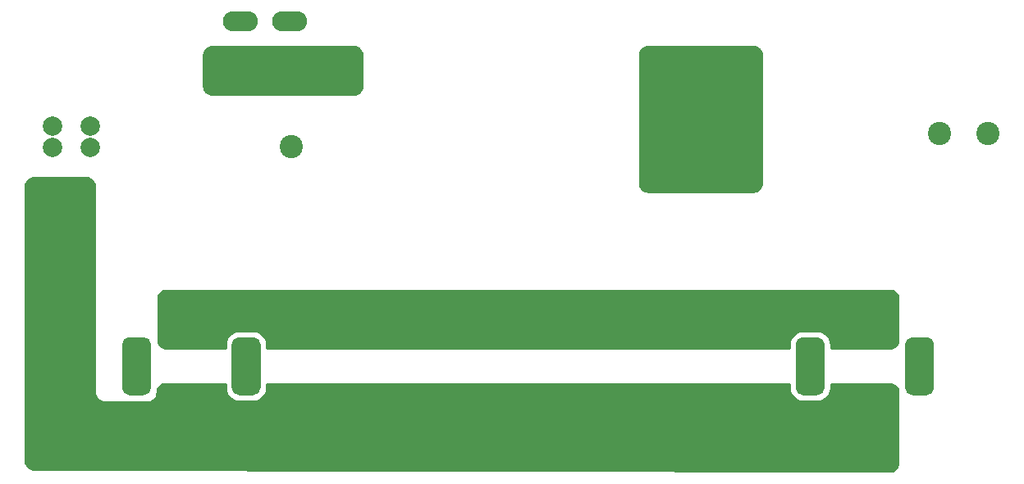
<source format=gtl>
G04 #@! TF.GenerationSoftware,KiCad,Pcbnew,(5.1.9)-1*
G04 #@! TF.CreationDate,2021-05-25T00:15:28+02:00*
G04 #@! TF.ProjectId,LF,4c462e6b-6963-4616-945f-706362585858,rev?*
G04 #@! TF.SameCoordinates,Original*
G04 #@! TF.FileFunction,Copper,L1,Top*
G04 #@! TF.FilePolarity,Positive*
%FSLAX46Y46*%
G04 Gerber Fmt 4.6, Leading zero omitted, Abs format (unit mm)*
G04 Created by KiCad (PCBNEW (5.1.9)-1) date 2021-05-25 00:15:28*
%MOMM*%
%LPD*%
G01*
G04 APERTURE LIST*
G04 #@! TA.AperFunction,ComponentPad*
%ADD10O,3.600000X2.100000*%
G04 #@! TD*
G04 #@! TA.AperFunction,ComponentPad*
%ADD11C,2.010000*%
G04 #@! TD*
G04 #@! TA.AperFunction,ComponentPad*
%ADD12C,2.400000*%
G04 #@! TD*
G04 #@! TA.AperFunction,Conductor*
%ADD13C,0.254000*%
G04 #@! TD*
G04 #@! TA.AperFunction,Conductor*
%ADD14C,0.100000*%
G04 #@! TD*
G04 APERTURE END LIST*
G04 #@! TA.AperFunction,ComponentPad*
G36*
G01*
X49450100Y-29270000D02*
X46349900Y-29270000D01*
G75*
G02*
X46100000Y-29020100I0J249900D01*
G01*
X46100000Y-27419900D01*
G75*
G02*
X46349900Y-27170000I249900J0D01*
G01*
X49450100Y-27170000D01*
G75*
G02*
X49700000Y-27419900I0J-249900D01*
G01*
X49700000Y-29020100D01*
G75*
G02*
X49450100Y-29270000I-249900J0D01*
G01*
G37*
G04 #@! TD.AperFunction*
D10*
X42820000Y-23140000D03*
X42820000Y-28220000D03*
X47900000Y-23140000D03*
D11*
X26120000Y-41270000D03*
X27320000Y-36170000D03*
X27320000Y-33970000D03*
X22220000Y-41270000D03*
X23420000Y-36170000D03*
X23420000Y-33970000D03*
D12*
X86120000Y-28220000D03*
X53120000Y-28220000D03*
X115000000Y-34690000D03*
X92500000Y-34690000D03*
X120000000Y-34690000D03*
X48040000Y-36020000D03*
X86140000Y-34720000D03*
G04 #@! TA.AperFunction,ComponentPad*
G36*
G01*
X35500000Y-60933000D02*
X40000000Y-60933000D01*
G75*
G02*
X40750000Y-61683000I0J-750000D01*
G01*
X40750000Y-63183000D01*
G75*
G02*
X40000000Y-63933000I-750000J0D01*
G01*
X35500000Y-63933000D01*
G75*
G02*
X34750000Y-63183000I0J750000D01*
G01*
X34750000Y-61683000D01*
G75*
G02*
X35500000Y-60933000I750000J0D01*
G01*
G37*
G04 #@! TD.AperFunction*
G04 #@! TA.AperFunction,ComponentPad*
G36*
G01*
X44914200Y-56500000D02*
X44914200Y-61000000D01*
G75*
G02*
X44164200Y-61750000I-750000J0D01*
G01*
X42664200Y-61750000D01*
G75*
G02*
X41914200Y-61000000I0J750000D01*
G01*
X41914200Y-56500000D01*
G75*
G02*
X42664200Y-55750000I750000J0D01*
G01*
X44164200Y-55750000D01*
G75*
G02*
X44914200Y-56500000I0J-750000D01*
G01*
G37*
G04 #@! TD.AperFunction*
G04 #@! TA.AperFunction,ComponentPad*
G36*
G01*
X40000000Y-56567000D02*
X35500000Y-56567000D01*
G75*
G02*
X34750000Y-55817000I0J750000D01*
G01*
X34750000Y-54317000D01*
G75*
G02*
X35500000Y-53567000I750000J0D01*
G01*
X40000000Y-53567000D01*
G75*
G02*
X40750000Y-54317000I0J-750000D01*
G01*
X40750000Y-55817000D01*
G75*
G02*
X40000000Y-56567000I-750000J0D01*
G01*
G37*
G04 #@! TD.AperFunction*
G04 #@! TA.AperFunction,ComponentPad*
G36*
G01*
X33611200Y-56500000D02*
X33611200Y-61000000D01*
G75*
G02*
X32861200Y-61750000I-750000J0D01*
G01*
X31361200Y-61750000D01*
G75*
G02*
X30611200Y-61000000I0J750000D01*
G01*
X30611200Y-56500000D01*
G75*
G02*
X31361200Y-55750000I750000J0D01*
G01*
X32861200Y-55750000D01*
G75*
G02*
X33611200Y-56500000I0J-750000D01*
G01*
G37*
G04 #@! TD.AperFunction*
G04 #@! TA.AperFunction,ComponentPad*
G36*
G01*
X103111200Y-56503000D02*
X103111200Y-61003000D01*
G75*
G02*
X102361200Y-61753000I-750000J0D01*
G01*
X100861200Y-61753000D01*
G75*
G02*
X100111200Y-61003000I0J750000D01*
G01*
X100111200Y-56503000D01*
G75*
G02*
X100861200Y-55753000I750000J0D01*
G01*
X102361200Y-55753000D01*
G75*
G02*
X103111200Y-56503000I0J-750000D01*
G01*
G37*
G04 #@! TD.AperFunction*
G04 #@! TA.AperFunction,ComponentPad*
G36*
G01*
X109500000Y-56570000D02*
X105000000Y-56570000D01*
G75*
G02*
X104250000Y-55820000I0J750000D01*
G01*
X104250000Y-54320000D01*
G75*
G02*
X105000000Y-53570000I750000J0D01*
G01*
X109500000Y-53570000D01*
G75*
G02*
X110250000Y-54320000I0J-750000D01*
G01*
X110250000Y-55820000D01*
G75*
G02*
X109500000Y-56570000I-750000J0D01*
G01*
G37*
G04 #@! TD.AperFunction*
G04 #@! TA.AperFunction,ComponentPad*
G36*
G01*
X114414200Y-56503000D02*
X114414200Y-61003000D01*
G75*
G02*
X113664200Y-61753000I-750000J0D01*
G01*
X112164200Y-61753000D01*
G75*
G02*
X111414200Y-61003000I0J750000D01*
G01*
X111414200Y-56503000D01*
G75*
G02*
X112164200Y-55753000I750000J0D01*
G01*
X113664200Y-55753000D01*
G75*
G02*
X114414200Y-56503000I0J-750000D01*
G01*
G37*
G04 #@! TD.AperFunction*
G04 #@! TA.AperFunction,ComponentPad*
G36*
G01*
X105000000Y-60936000D02*
X109500000Y-60936000D01*
G75*
G02*
X110250000Y-61686000I0J-750000D01*
G01*
X110250000Y-63186000D01*
G75*
G02*
X109500000Y-63936000I-750000J0D01*
G01*
X105000000Y-63936000D01*
G75*
G02*
X104250000Y-63186000I0J750000D01*
G01*
X104250000Y-61686000D01*
G75*
G02*
X105000000Y-60936000I750000J0D01*
G01*
G37*
G04 #@! TD.AperFunction*
D13*
X27040189Y-39294376D02*
X27203850Y-39344022D01*
X27354672Y-39424638D01*
X27486870Y-39533130D01*
X27595362Y-39665328D01*
X27675978Y-39816150D01*
X27725624Y-39979811D01*
X27743000Y-40156234D01*
X27743000Y-60197402D01*
X27742990Y-60201711D01*
X27737609Y-61374830D01*
X27738167Y-61387318D01*
X27756596Y-61583057D01*
X27761369Y-61607565D01*
X27817739Y-61795916D01*
X27827215Y-61819017D01*
X27919347Y-61992698D01*
X27933159Y-62013498D01*
X28057491Y-62165797D01*
X28075106Y-62183493D01*
X28226833Y-62308523D01*
X28247570Y-62322431D01*
X28420827Y-62415358D01*
X28443884Y-62424940D01*
X28631974Y-62482173D01*
X28656460Y-62487058D01*
X28852113Y-62506385D01*
X28864598Y-62507000D01*
X33157688Y-62507000D01*
X33170136Y-62506388D01*
X33357874Y-62487897D01*
X33382292Y-62483040D01*
X33562815Y-62428279D01*
X33585816Y-62418752D01*
X33752187Y-62329825D01*
X33772888Y-62315993D01*
X33918713Y-62196317D01*
X33936317Y-62178713D01*
X34055993Y-62032888D01*
X34069825Y-62012187D01*
X34158752Y-61845816D01*
X34168279Y-61822815D01*
X34223040Y-61642292D01*
X34227897Y-61617874D01*
X34246388Y-61430136D01*
X34263652Y-61254862D01*
X34311154Y-61098282D01*
X34388286Y-60953990D01*
X34492096Y-60827513D01*
X34618580Y-60723724D01*
X34762886Y-60646607D01*
X34919462Y-60599126D01*
X35088538Y-60582493D01*
X41276128Y-60583239D01*
X41276128Y-61000000D01*
X41302799Y-61270799D01*
X41381789Y-61531192D01*
X41510060Y-61771171D01*
X41682685Y-61981515D01*
X41893029Y-62154140D01*
X42133008Y-62282411D01*
X42393401Y-62361401D01*
X42664200Y-62388072D01*
X44164200Y-62388072D01*
X44434999Y-62361401D01*
X44695392Y-62282411D01*
X44935371Y-62154140D01*
X45145715Y-61981515D01*
X45318340Y-61771171D01*
X45446611Y-61531192D01*
X45525601Y-61270799D01*
X45552272Y-61000000D01*
X45552272Y-60583755D01*
X99473128Y-60590257D01*
X99473128Y-61003000D01*
X99499799Y-61273799D01*
X99578789Y-61534192D01*
X99707060Y-61774171D01*
X99879685Y-61984515D01*
X100090029Y-62157140D01*
X100330008Y-62285411D01*
X100590401Y-62364401D01*
X100861200Y-62391072D01*
X102361200Y-62391072D01*
X102631999Y-62364401D01*
X102892392Y-62285411D01*
X103132371Y-62157140D01*
X103342715Y-61984515D01*
X103515340Y-61774171D01*
X103643611Y-61534192D01*
X103722601Y-61273799D01*
X103749272Y-61003000D01*
X103749272Y-60590773D01*
X109793867Y-60591502D01*
X109970285Y-60608899D01*
X110133922Y-60658554D01*
X110284726Y-60739178D01*
X110416910Y-60847673D01*
X110525386Y-60979865D01*
X110605991Y-61130680D01*
X110655625Y-61294319D01*
X110673001Y-61470747D01*
X110673000Y-68736420D01*
X110655571Y-68913116D01*
X110605784Y-69076987D01*
X110524939Y-69227973D01*
X110416151Y-69360256D01*
X110283613Y-69468737D01*
X110132443Y-69549229D01*
X109968450Y-69598637D01*
X109791727Y-69615653D01*
X21544195Y-69410335D01*
X21368061Y-69392600D01*
X21204746Y-69342721D01*
X21054274Y-69261983D01*
X20922414Y-69153480D01*
X20814211Y-69021359D01*
X20733827Y-68870707D01*
X20684325Y-68707266D01*
X20667000Y-68531097D01*
X20667000Y-40156234D01*
X20684376Y-39979811D01*
X20734022Y-39816150D01*
X20814638Y-39665328D01*
X20923130Y-39533130D01*
X21055328Y-39424638D01*
X21206150Y-39344022D01*
X21369811Y-39294376D01*
X21546234Y-39277000D01*
X26863766Y-39277000D01*
X27040189Y-39294376D01*
G04 #@! TA.AperFunction,Conductor*
D14*
G36*
X27040189Y-39294376D02*
G01*
X27203850Y-39344022D01*
X27354672Y-39424638D01*
X27486870Y-39533130D01*
X27595362Y-39665328D01*
X27675978Y-39816150D01*
X27725624Y-39979811D01*
X27743000Y-40156234D01*
X27743000Y-60197402D01*
X27742990Y-60201711D01*
X27737609Y-61374830D01*
X27738167Y-61387318D01*
X27756596Y-61583057D01*
X27761369Y-61607565D01*
X27817739Y-61795916D01*
X27827215Y-61819017D01*
X27919347Y-61992698D01*
X27933159Y-62013498D01*
X28057491Y-62165797D01*
X28075106Y-62183493D01*
X28226833Y-62308523D01*
X28247570Y-62322431D01*
X28420827Y-62415358D01*
X28443884Y-62424940D01*
X28631974Y-62482173D01*
X28656460Y-62487058D01*
X28852113Y-62506385D01*
X28864598Y-62507000D01*
X33157688Y-62507000D01*
X33170136Y-62506388D01*
X33357874Y-62487897D01*
X33382292Y-62483040D01*
X33562815Y-62428279D01*
X33585816Y-62418752D01*
X33752187Y-62329825D01*
X33772888Y-62315993D01*
X33918713Y-62196317D01*
X33936317Y-62178713D01*
X34055993Y-62032888D01*
X34069825Y-62012187D01*
X34158752Y-61845816D01*
X34168279Y-61822815D01*
X34223040Y-61642292D01*
X34227897Y-61617874D01*
X34246388Y-61430136D01*
X34263652Y-61254862D01*
X34311154Y-61098282D01*
X34388286Y-60953990D01*
X34492096Y-60827513D01*
X34618580Y-60723724D01*
X34762886Y-60646607D01*
X34919462Y-60599126D01*
X35088538Y-60582493D01*
X41276128Y-60583239D01*
X41276128Y-61000000D01*
X41302799Y-61270799D01*
X41381789Y-61531192D01*
X41510060Y-61771171D01*
X41682685Y-61981515D01*
X41893029Y-62154140D01*
X42133008Y-62282411D01*
X42393401Y-62361401D01*
X42664200Y-62388072D01*
X44164200Y-62388072D01*
X44434999Y-62361401D01*
X44695392Y-62282411D01*
X44935371Y-62154140D01*
X45145715Y-61981515D01*
X45318340Y-61771171D01*
X45446611Y-61531192D01*
X45525601Y-61270799D01*
X45552272Y-61000000D01*
X45552272Y-60583755D01*
X99473128Y-60590257D01*
X99473128Y-61003000D01*
X99499799Y-61273799D01*
X99578789Y-61534192D01*
X99707060Y-61774171D01*
X99879685Y-61984515D01*
X100090029Y-62157140D01*
X100330008Y-62285411D01*
X100590401Y-62364401D01*
X100861200Y-62391072D01*
X102361200Y-62391072D01*
X102631999Y-62364401D01*
X102892392Y-62285411D01*
X103132371Y-62157140D01*
X103342715Y-61984515D01*
X103515340Y-61774171D01*
X103643611Y-61534192D01*
X103722601Y-61273799D01*
X103749272Y-61003000D01*
X103749272Y-60590773D01*
X109793867Y-60591502D01*
X109970285Y-60608899D01*
X110133922Y-60658554D01*
X110284726Y-60739178D01*
X110416910Y-60847673D01*
X110525386Y-60979865D01*
X110605991Y-61130680D01*
X110655625Y-61294319D01*
X110673001Y-61470747D01*
X110673000Y-68736420D01*
X110655571Y-68913116D01*
X110605784Y-69076987D01*
X110524939Y-69227973D01*
X110416151Y-69360256D01*
X110283613Y-69468737D01*
X110132443Y-69549229D01*
X109968450Y-69598637D01*
X109791727Y-69615653D01*
X21544195Y-69410335D01*
X21368061Y-69392600D01*
X21204746Y-69342721D01*
X21054274Y-69261983D01*
X20922414Y-69153480D01*
X20814211Y-69021359D01*
X20733827Y-68870707D01*
X20684325Y-68707266D01*
X20667000Y-68531097D01*
X20667000Y-40156234D01*
X20684376Y-39979811D01*
X20734022Y-39816150D01*
X20814638Y-39665328D01*
X20923130Y-39533130D01*
X21055328Y-39424638D01*
X21206150Y-39344022D01*
X21369811Y-39294376D01*
X21546234Y-39277000D01*
X26863766Y-39277000D01*
X27040189Y-39294376D01*
G37*
G04 #@! TD.AperFunction*
D13*
X109970189Y-50944376D02*
X110133850Y-50994022D01*
X110284672Y-51074638D01*
X110416870Y-51183130D01*
X110525362Y-51315328D01*
X110605978Y-51466150D01*
X110655624Y-51629811D01*
X110673000Y-51806234D01*
X110673000Y-55993766D01*
X110655624Y-56170189D01*
X110605978Y-56333850D01*
X110525362Y-56484672D01*
X110416870Y-56616870D01*
X110284672Y-56725362D01*
X110133850Y-56805978D01*
X109970189Y-56855624D01*
X109793766Y-56873000D01*
X103749272Y-56873000D01*
X103749272Y-56503000D01*
X103722601Y-56232201D01*
X103643611Y-55971808D01*
X103515340Y-55731829D01*
X103342715Y-55521485D01*
X103132371Y-55348860D01*
X102892392Y-55220589D01*
X102631999Y-55141599D01*
X102361200Y-55114928D01*
X100861200Y-55114928D01*
X100590401Y-55141599D01*
X100330008Y-55220589D01*
X100090029Y-55348860D01*
X99879685Y-55521485D01*
X99707060Y-55731829D01*
X99578789Y-55971808D01*
X99499799Y-56232201D01*
X99473128Y-56503000D01*
X99473128Y-56873000D01*
X45552272Y-56873000D01*
X45552272Y-56500000D01*
X45525601Y-56229201D01*
X45446611Y-55968808D01*
X45318340Y-55728829D01*
X45145715Y-55518485D01*
X44935371Y-55345860D01*
X44695392Y-55217589D01*
X44434999Y-55138599D01*
X44164200Y-55111928D01*
X42664200Y-55111928D01*
X42393401Y-55138599D01*
X42133008Y-55217589D01*
X41893029Y-55345860D01*
X41682685Y-55518485D01*
X41510060Y-55728829D01*
X41381789Y-55968808D01*
X41302799Y-56229201D01*
X41276128Y-56500000D01*
X41276128Y-56873000D01*
X35206234Y-56873000D01*
X35029811Y-56855624D01*
X34866150Y-56805978D01*
X34715328Y-56725362D01*
X34583130Y-56616870D01*
X34474638Y-56484672D01*
X34394022Y-56333850D01*
X34344376Y-56170189D01*
X34327000Y-55993766D01*
X34327000Y-51806234D01*
X34344376Y-51629811D01*
X34394022Y-51466150D01*
X34474638Y-51315328D01*
X34583130Y-51183130D01*
X34715328Y-51074638D01*
X34866150Y-50994022D01*
X35029811Y-50944376D01*
X35206234Y-50927000D01*
X109793766Y-50927000D01*
X109970189Y-50944376D01*
G04 #@! TA.AperFunction,Conductor*
D14*
G36*
X109970189Y-50944376D02*
G01*
X110133850Y-50994022D01*
X110284672Y-51074638D01*
X110416870Y-51183130D01*
X110525362Y-51315328D01*
X110605978Y-51466150D01*
X110655624Y-51629811D01*
X110673000Y-51806234D01*
X110673000Y-55993766D01*
X110655624Y-56170189D01*
X110605978Y-56333850D01*
X110525362Y-56484672D01*
X110416870Y-56616870D01*
X110284672Y-56725362D01*
X110133850Y-56805978D01*
X109970189Y-56855624D01*
X109793766Y-56873000D01*
X103749272Y-56873000D01*
X103749272Y-56503000D01*
X103722601Y-56232201D01*
X103643611Y-55971808D01*
X103515340Y-55731829D01*
X103342715Y-55521485D01*
X103132371Y-55348860D01*
X102892392Y-55220589D01*
X102631999Y-55141599D01*
X102361200Y-55114928D01*
X100861200Y-55114928D01*
X100590401Y-55141599D01*
X100330008Y-55220589D01*
X100090029Y-55348860D01*
X99879685Y-55521485D01*
X99707060Y-55731829D01*
X99578789Y-55971808D01*
X99499799Y-56232201D01*
X99473128Y-56503000D01*
X99473128Y-56873000D01*
X45552272Y-56873000D01*
X45552272Y-56500000D01*
X45525601Y-56229201D01*
X45446611Y-55968808D01*
X45318340Y-55728829D01*
X45145715Y-55518485D01*
X44935371Y-55345860D01*
X44695392Y-55217589D01*
X44434999Y-55138599D01*
X44164200Y-55111928D01*
X42664200Y-55111928D01*
X42393401Y-55138599D01*
X42133008Y-55217589D01*
X41893029Y-55345860D01*
X41682685Y-55518485D01*
X41510060Y-55728829D01*
X41381789Y-55968808D01*
X41302799Y-56229201D01*
X41276128Y-56500000D01*
X41276128Y-56873000D01*
X35206234Y-56873000D01*
X35029811Y-56855624D01*
X34866150Y-56805978D01*
X34715328Y-56725362D01*
X34583130Y-56616870D01*
X34474638Y-56484672D01*
X34394022Y-56333850D01*
X34344376Y-56170189D01*
X34327000Y-55993766D01*
X34327000Y-51806234D01*
X34344376Y-51629811D01*
X34394022Y-51466150D01*
X34474638Y-51315328D01*
X34583130Y-51183130D01*
X34715328Y-51074638D01*
X34866150Y-50994022D01*
X35029811Y-50944376D01*
X35206234Y-50927000D01*
X109793766Y-50927000D01*
X109970189Y-50944376D01*
G37*
G04 #@! TD.AperFunction*
D13*
X95889284Y-25724930D02*
X96053118Y-25774452D01*
X96204124Y-25855006D01*
X96336494Y-25963489D01*
X96445143Y-26095735D01*
X96525877Y-26246640D01*
X96575596Y-26410406D01*
X96593000Y-26586981D01*
X96593000Y-39793710D01*
X96575632Y-39970100D01*
X96526015Y-40133712D01*
X96445441Y-40284505D01*
X96337003Y-40416687D01*
X96204862Y-40525186D01*
X96054111Y-40605820D01*
X95890508Y-40655511D01*
X95714142Y-40672953D01*
X84916609Y-40677569D01*
X84740128Y-40660260D01*
X84576411Y-40610659D01*
X84425524Y-40530064D01*
X84293260Y-40421572D01*
X84184716Y-40289361D01*
X84104058Y-40138510D01*
X84054386Y-39974808D01*
X84037000Y-39798333D01*
X84037000Y-26600022D01*
X84054349Y-26423731D01*
X84103920Y-26260188D01*
X84184419Y-26109448D01*
X84292757Y-25977294D01*
X84424782Y-25868795D01*
X84575422Y-25788115D01*
X84738902Y-25738349D01*
X84915176Y-25720785D01*
X95712707Y-25707741D01*
X95889284Y-25724930D01*
G04 #@! TA.AperFunction,Conductor*
D14*
G36*
X95889284Y-25724930D02*
G01*
X96053118Y-25774452D01*
X96204124Y-25855006D01*
X96336494Y-25963489D01*
X96445143Y-26095735D01*
X96525877Y-26246640D01*
X96575596Y-26410406D01*
X96593000Y-26586981D01*
X96593000Y-39793710D01*
X96575632Y-39970100D01*
X96526015Y-40133712D01*
X96445441Y-40284505D01*
X96337003Y-40416687D01*
X96204862Y-40525186D01*
X96054111Y-40605820D01*
X95890508Y-40655511D01*
X95714142Y-40672953D01*
X84916609Y-40677569D01*
X84740128Y-40660260D01*
X84576411Y-40610659D01*
X84425524Y-40530064D01*
X84293260Y-40421572D01*
X84184716Y-40289361D01*
X84104058Y-40138510D01*
X84054386Y-39974808D01*
X84037000Y-39798333D01*
X84037000Y-26600022D01*
X84054349Y-26423731D01*
X84103920Y-26260188D01*
X84184419Y-26109448D01*
X84292757Y-25977294D01*
X84424782Y-25868795D01*
X84575422Y-25788115D01*
X84738902Y-25738349D01*
X84915176Y-25720785D01*
X95712707Y-25707741D01*
X95889284Y-25724930D01*
G37*
G04 #@! TD.AperFunction*
D13*
X54670189Y-25744376D02*
X54833850Y-25794022D01*
X54984672Y-25874638D01*
X55116870Y-25983130D01*
X55225362Y-26115328D01*
X55305978Y-26266150D01*
X55355624Y-26429811D01*
X55373000Y-26606234D01*
X55373000Y-29763766D01*
X55355624Y-29940189D01*
X55305978Y-30103850D01*
X55225362Y-30254672D01*
X55116870Y-30386870D01*
X54984672Y-30495362D01*
X54833850Y-30575978D01*
X54670189Y-30625624D01*
X54493766Y-30643000D01*
X39926234Y-30643000D01*
X39749811Y-30625624D01*
X39586150Y-30575978D01*
X39435328Y-30495362D01*
X39303130Y-30386870D01*
X39194638Y-30254672D01*
X39114022Y-30103850D01*
X39064376Y-29940189D01*
X39047000Y-29763766D01*
X39047000Y-26606234D01*
X39064376Y-26429811D01*
X39114022Y-26266150D01*
X39194638Y-26115328D01*
X39303130Y-25983130D01*
X39435328Y-25874638D01*
X39586150Y-25794022D01*
X39749811Y-25744376D01*
X39926234Y-25727000D01*
X54493766Y-25727000D01*
X54670189Y-25744376D01*
G04 #@! TA.AperFunction,Conductor*
D14*
G36*
X54670189Y-25744376D02*
G01*
X54833850Y-25794022D01*
X54984672Y-25874638D01*
X55116870Y-25983130D01*
X55225362Y-26115328D01*
X55305978Y-26266150D01*
X55355624Y-26429811D01*
X55373000Y-26606234D01*
X55373000Y-29763766D01*
X55355624Y-29940189D01*
X55305978Y-30103850D01*
X55225362Y-30254672D01*
X55116870Y-30386870D01*
X54984672Y-30495362D01*
X54833850Y-30575978D01*
X54670189Y-30625624D01*
X54493766Y-30643000D01*
X39926234Y-30643000D01*
X39749811Y-30625624D01*
X39586150Y-30575978D01*
X39435328Y-30495362D01*
X39303130Y-30386870D01*
X39194638Y-30254672D01*
X39114022Y-30103850D01*
X39064376Y-29940189D01*
X39047000Y-29763766D01*
X39047000Y-26606234D01*
X39064376Y-26429811D01*
X39114022Y-26266150D01*
X39194638Y-26115328D01*
X39303130Y-25983130D01*
X39435328Y-25874638D01*
X39586150Y-25794022D01*
X39749811Y-25744376D01*
X39926234Y-25727000D01*
X54493766Y-25727000D01*
X54670189Y-25744376D01*
G37*
G04 #@! TD.AperFunction*
M02*

</source>
